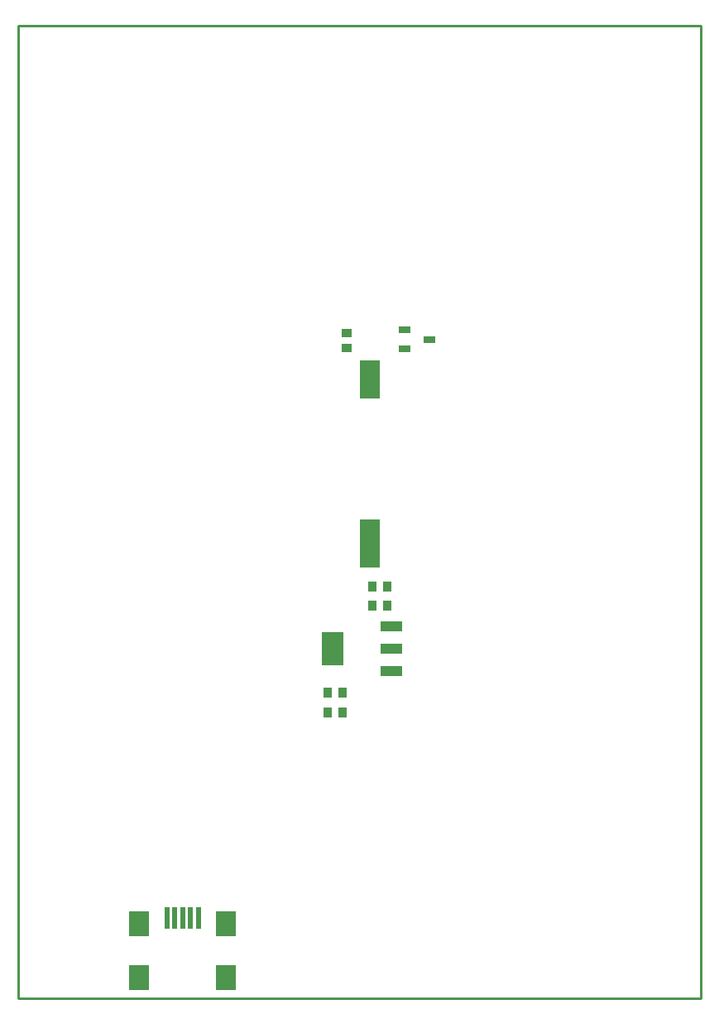
<source format=gtp>
G04*
G04 #@! TF.GenerationSoftware,Altium Limited,Altium Designer,19.0.4 (130)*
G04*
G04 Layer_Color=8421504*
%FSTAX25Y25*%
%MOIN*%
G70*
G01*
G75*
%ADD10C,0.01000*%
%ADD15R,0.07874X0.09843*%
%ADD16R,0.01968X0.09055*%
%ADD17R,0.03858X0.03661*%
%ADD18R,0.07874X0.19685*%
%ADD19R,0.07874X0.15748*%
%ADD20R,0.04921X0.02756*%
%ADD21R,0.03661X0.03858*%
%ADD22R,0.08661X0.03937*%
%ADD23R,0.08661X0.13780*%
D10*
X0Y-0D02*
Y0391339D01*
X0274803D01*
Y0D02*
Y0391339D01*
X0Y-0D02*
X0274803Y0D01*
D15*
X0083662Y0008236D02*
D03*
X0048622Y0008236D02*
D03*
Y002989D02*
D03*
X0083662D02*
D03*
D16*
X0059843Y0032283D02*
D03*
X0062992D02*
D03*
X0066142D02*
D03*
X0069291D02*
D03*
X0072441D02*
D03*
D17*
X0132283Y0267599D02*
D03*
Y0261536D02*
D03*
D18*
X0141575Y0183169D02*
D03*
D19*
Y0249169D02*
D03*
D20*
X0165496Y0265169D02*
D03*
X0155654Y0261429D02*
D03*
Y026891D02*
D03*
D21*
X0142543Y0165669D02*
D03*
X0148606D02*
D03*
X0142543Y0158169D02*
D03*
X0148606D02*
D03*
X0130606Y0123169D02*
D03*
X0124543D02*
D03*
X0130606Y0115169D02*
D03*
X0124543D02*
D03*
D22*
X0150197Y0131614D02*
D03*
Y0140669D02*
D03*
Y0149724D02*
D03*
D23*
X0126575Y0140669D02*
D03*
M02*

</source>
